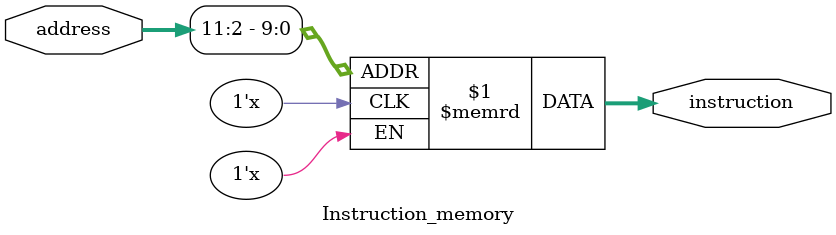
<source format=sv>
module Instruction_memory(
	input logic [31:0] address,
	output logic [31:0] instruction
);
	
	logic [31:0] memory [0:1023];

	assign instruction = memory[address[11:2]];

endmodule
</source>
